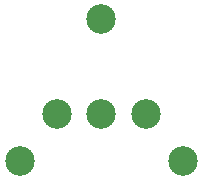
<source format=gts>
G04 #@! TF.GenerationSoftware,KiCad,Pcbnew,(5.1.7)-1*
G04 #@! TF.CreationDate,2022-06-07T00:48:51+02:00*
G04 #@! TF.ProjectId,Kondensator-Adapter-16mm,4b6f6e64-656e-4736-9174-6f722d416461,rev?*
G04 #@! TF.SameCoordinates,Original*
G04 #@! TF.FileFunction,Soldermask,Top*
G04 #@! TF.FilePolarity,Negative*
%FSLAX46Y46*%
G04 Gerber Fmt 4.6, Leading zero omitted, Abs format (unit mm)*
G04 Created by KiCad (PCBNEW (5.1.7)-1) date 2022-06-07 00:48:51*
%MOMM*%
%LPD*%
G01*
G04 APERTURE LIST*
%ADD10C,2.500000*%
G04 APERTURE END LIST*
D10*
X169048862Y-38661675D03*
X176548861Y-38661674D03*
X179727066Y-42661675D03*
X172798862Y-30661674D03*
X165870658Y-42661674D03*
X172798862Y-38661675D03*
M02*

</source>
